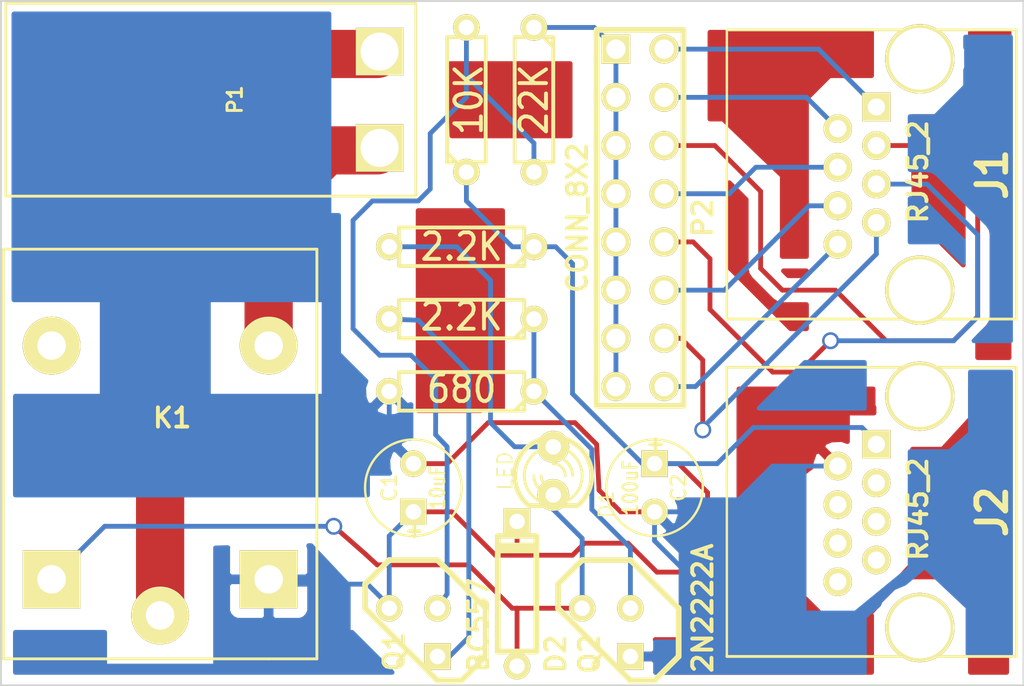
<source format=kicad_pcb>
(kicad_pcb (version 3) (host pcbnew "(22-Jun-2014 BZR 4027)-stable")

  (general
    (links 38)
    (no_connects 0)
    (area 16.332999 16.205999 70.281001 52.374001)
    (thickness 1.6)
    (drawings 7)
    (tracks 158)
    (zones 0)
    (modules 16)
    (nets 19)
  )

  (page A4 portrait)
  (title_block 
    (title Actuator)
    (rev 0)
  )

  (layers
    (15 F.Cu signal)
    (0 B.Cu signal)
    (16 B.Adhes user)
    (17 F.Adhes user)
    (18 B.Paste user hide)
    (19 F.Paste user)
    (20 B.SilkS user)
    (21 F.SilkS user)
    (22 B.Mask user)
    (23 F.Mask user)
    (24 Dwgs.User user)
    (25 Cmts.User user)
    (26 Eco1.User user)
    (27 Eco2.User user)
    (28 Edge.Cuts user)
  )

  (setup
    (last_trace_width 0.254)
    (user_trace_width 2.54)
    (trace_clearance 0.254)
    (zone_clearance 0.508)
    (zone_45_only no)
    (trace_min 0.254)
    (segment_width 0.2)
    (edge_width 0.1)
    (via_size 0.889)
    (via_drill 0.635)
    (via_min_size 0.889)
    (via_min_drill 0.508)
    (uvia_size 0.508)
    (uvia_drill 0.127)
    (uvias_allowed no)
    (uvia_min_size 0.508)
    (uvia_min_drill 0.127)
    (pcb_text_width 0.3)
    (pcb_text_size 1.5 1.5)
    (mod_edge_width 0.15)
    (mod_text_size 1 1)
    (mod_text_width 0.15)
    (pad_size 2.5 2.5)
    (pad_drill 2)
    (pad_to_mask_clearance 0)
    (aux_axis_origin 0 0)
    (visible_elements 7FFFFFFF)
    (pcbplotparams
      (layerselection 284196865)
      (usegerberextensions true)
      (excludeedgelayer false)
      (linewidth 0.150000)
      (plotframeref false)
      (viasonmask false)
      (mode 1)
      (useauxorigin true)
      (hpglpennumber 1)
      (hpglpenspeed 20)
      (hpglpendiameter 15)
      (hpglpenoverlay 2)
      (psnegative false)
      (psa4output false)
      (plotreference true)
      (plotvalue true)
      (plotothertext false)
      (plotinvisibletext false)
      (padsonsilk false)
      (subtractmaskfromsilk false)
      (outputformat 1)
      (mirror false)
      (drillshape 0)
      (scaleselection 1)
      (outputdirectory /home/pi/Desktop/IOBoardV0/Gerber/Actuator_Relay/))
  )

  (net 0 "")
  (net 1 GND)
  (net 2 N-000001)
  (net 3 N-0000014)
  (net 4 N-0000015)
  (net 5 N-0000016)
  (net 6 N-0000017)
  (net 7 N-0000018)
  (net 8 N-0000019)
  (net 9 N-000002)
  (net 10 N-0000020)
  (net 11 N-0000021)
  (net 12 N-0000022)
  (net 13 N-0000025)
  (net 14 N-000003)
  (net 15 N-000004)
  (net 16 N-000005)
  (net 17 N-000006)
  (net 18 VCC)

  (net_class Default "This is the default net class."
    (clearance 0.254)
    (trace_width 0.254)
    (via_dia 0.889)
    (via_drill 0.635)
    (uvia_dia 0.508)
    (uvia_drill 0.127)
    (add_net "")
    (add_net GND)
    (add_net N-000001)
    (add_net N-0000014)
    (add_net N-0000015)
    (add_net N-0000016)
    (add_net N-0000017)
    (add_net N-0000018)
    (add_net N-0000019)
    (add_net N-000002)
    (add_net N-0000020)
    (add_net N-0000021)
    (add_net N-0000022)
    (add_net N-0000025)
    (add_net N-000003)
    (add_net N-000004)
    (add_net N-000005)
    (add_net N-000006)
    (add_net VCC)
  )

  (module RJ45_8_io0 (layer F.Cu) (tedit 5E9D6976) (tstamp 5E9D8FCC)
    (at 64.77 25.4 90)
    (tags RJ45_8_io0)
    (path /5E9D81A5)
    (fp_text reference J1 (at 0 3.81 90) (layer F.SilkS)
      (effects (font (size 1.524 1.524) (thickness 0.3048)))
    )
    (fp_text value RJ45_2 (at 0.14224 -0.1016 90) (layer F.SilkS)
      (effects (font (size 1.00076 1.00076) (thickness 0.2032)))
    )
    (fp_line (start 7.62 -10.16) (end 7.62 5.08) (layer F.SilkS) (width 0.15))
    (fp_line (start -7.62 5.08) (end 7.62 5.08) (layer F.SilkS) (width 0.15))
    (fp_line (start -7.62 -10.16) (end -7.62 5.08) (layer F.SilkS) (width 0.15))
    (fp_line (start 7.62 -10.16) (end -7.62 -10.16) (layer F.SilkS) (width 0.127))
    (pad Hole thru_hole circle (at 6.096 0 90) (size 3.64998 3.64998) (drill 3.2512)
      (layers *.Cu *.Mask F.SilkS)
    )
    (pad Hole thru_hole circle (at -6.096 0 90) (size 3.64998 3.64998) (drill 3.2512)
      (layers *.Cu *.Mask F.SilkS)
    )
    (pad 1 thru_hole rect (at 3.556 -2.286 270) (size 1.50114 1.50114) (drill 0.89916)
      (layers *.Cu *.Mask F.SilkS)
      (net 11 N-0000021)
    )
    (pad 2 thru_hole circle (at 2.413 -4.318 270) (size 1.50114 1.50114) (drill 0.89916)
      (layers *.Cu *.Mask F.SilkS)
      (net 10 N-0000020)
    )
    (pad 3 thru_hole circle (at 1.524 -2.286 270) (size 1.50114 1.50114) (drill 0.89916)
      (layers *.Cu *.Mask F.SilkS)
      (net 8 N-0000019)
    )
    (pad 4 thru_hole circle (at 0.381 -4.318 270) (size 1.50114 1.50114) (drill 0.89916)
      (layers *.Cu *.Mask F.SilkS)
      (net 7 N-0000018)
    )
    (pad 5 thru_hole circle (at -0.508 -2.286 270) (size 1.50114 1.50114) (drill 0.89916)
      (layers *.Cu *.Mask F.SilkS)
      (net 6 N-0000017)
    )
    (pad 6 thru_hole circle (at -1.651 -4.318 270) (size 1.50114 1.50114) (drill 0.89916)
      (layers *.Cu *.Mask F.SilkS)
      (net 5 N-0000016)
    )
    (pad 7 thru_hole circle (at -2.54 -2.286 270) (size 1.50114 1.50114) (drill 0.89916)
      (layers *.Cu *.Mask F.SilkS)
      (net 4 N-0000015)
    )
    (pad 8 thru_hole circle (at -3.683 -4.318 270) (size 1.50114 1.50114) (drill 0.89916)
      (layers *.Cu *.Mask F.SilkS)
      (net 3 N-0000014)
    )
    (model connectors/RJ45_8.wrl
      (at (xyz 0 0 0))
      (scale (xyz 0.4 0.4 0.4))
      (rotate (xyz 0 0 0))
    )
  )

  (module TO92 (layer F.Cu) (tedit 5EF83B06) (tstamp 5E9D8DE0)
    (at 48.26 49.53 270)
    (descr "Transistor TO92 brochage type BC237")
    (tags "TR TO92")
    (path /5E9D83F9)
    (fp_text reference Q2 (at 1.143 0.889 270) (layer F.SilkS)
      (effects (font (size 1.016 1.016) (thickness 0.2032)))
    )
    (fp_text value 2N2222A (at -1.27 -5.08 270) (layer F.SilkS)
      (effects (font (size 1.016 1.016) (thickness 0.2032)))
    )
    (fp_line (start -1.27 2.54) (end 2.54 -1.27) (layer F.SilkS) (width 0.3048))
    (fp_line (start 2.54 -1.27) (end 2.54 -2.54) (layer F.SilkS) (width 0.3048))
    (fp_line (start 2.54 -2.54) (end 1.27 -3.81) (layer F.SilkS) (width 0.3048))
    (fp_line (start 1.27 -3.81) (end -1.27 -3.81) (layer F.SilkS) (width 0.3048))
    (fp_line (start -1.27 -3.81) (end -3.81 -1.27) (layer F.SilkS) (width 0.3048))
    (fp_line (start -3.81 -1.27) (end -3.81 1.27) (layer F.SilkS) (width 0.3048))
    (fp_line (start -3.81 1.27) (end -2.54 2.54) (layer F.SilkS) (width 0.3048))
    (fp_line (start -2.54 2.54) (end -1.27 2.54) (layer F.SilkS) (width 0.3048))
    (pad 1 thru_hole rect (at 1.27 -1.27 270) (size 1.397 1.397) (drill 0.8128)
      (layers *.Cu *.Mask F.SilkS)
      (net 1 GND)
    )
    (pad 2 thru_hole circle (at -1.27 -1.27 270) (size 1.397 1.397) (drill 0.8128)
      (layers *.Cu *.Mask F.SilkS)
      (net 14 N-000003)
    )
    (pad 3 thru_hole circle (at -1.27 1.27 270) (size 1.397 1.397) (drill 0.8128)
      (layers *.Cu *.Mask F.SilkS)
      (net 12 N-0000022)
    )
    (model discret/to98.wrl
      (at (xyz 0 0 0))
      (scale (xyz 1 1 1))
      (rotate (xyz 0 0 0))
    )
  )

  (module TO92 (layer F.Cu) (tedit 5EF83B1E) (tstamp 5E9D8DEF)
    (at 38.1 49.53 270)
    (descr "Transistor TO92 brochage type BC237")
    (tags "TR TO92")
    (path /5E9D8408)
    (fp_text reference Q1 (at 1.016 1.016 270) (layer F.SilkS)
      (effects (font (size 1.016 1.016) (thickness 0.2032)))
    )
    (fp_text value BC557 (at -0.381 -3.429 270) (layer F.SilkS)
      (effects (font (size 1.016 1.016) (thickness 0.2032)))
    )
    (fp_line (start -1.27 2.54) (end 2.54 -1.27) (layer F.SilkS) (width 0.3048))
    (fp_line (start 2.54 -1.27) (end 2.54 -2.54) (layer F.SilkS) (width 0.3048))
    (fp_line (start 2.54 -2.54) (end 1.27 -3.81) (layer F.SilkS) (width 0.3048))
    (fp_line (start 1.27 -3.81) (end -1.27 -3.81) (layer F.SilkS) (width 0.3048))
    (fp_line (start -1.27 -3.81) (end -3.81 -1.27) (layer F.SilkS) (width 0.3048))
    (fp_line (start -3.81 -1.27) (end -3.81 1.27) (layer F.SilkS) (width 0.3048))
    (fp_line (start -3.81 1.27) (end -2.54 2.54) (layer F.SilkS) (width 0.3048))
    (fp_line (start -2.54 2.54) (end -1.27 2.54) (layer F.SilkS) (width 0.3048))
    (pad 1 thru_hole rect (at 1.27 -1.27 270) (size 1.397 1.397) (drill 0.8128)
      (layers *.Cu *.Mask F.SilkS)
      (net 2 N-000001)
    )
    (pad 2 thru_hole circle (at -1.27 -1.27 270) (size 1.397 1.397) (drill 0.8128)
      (layers *.Cu *.Mask F.SilkS)
      (net 9 N-000002)
    )
    (pad 3 thru_hole circle (at -1.27 1.27 270) (size 1.397 1.397) (drill 0.8128)
      (layers *.Cu *.Mask F.SilkS)
      (net 18 VCC)
    )
    (model discret/to98.wrl
      (at (xyz 0 0 0))
      (scale (xyz 1 1 1))
      (rotate (xyz 0 0 0))
    )
  )

  (module R3 (layer F.Cu) (tedit 4E4C0E65) (tstamp 5E9D8EB6)
    (at 40.64 36.83 180)
    (descr "Resitance 3 pas")
    (tags R)
    (path /5E9D867B)
    (autoplace_cost180 10)
    (fp_text reference R3 (at 0 0.127 180) (layer F.SilkS) hide
      (effects (font (size 1.397 1.27) (thickness 0.2032)))
    )
    (fp_text value 680 (at 0 0.127 180) (layer F.SilkS)
      (effects (font (size 1.397 1.27) (thickness 0.2032)))
    )
    (fp_line (start -3.81 0) (end -3.302 0) (layer F.SilkS) (width 0.2032))
    (fp_line (start 3.81 0) (end 3.302 0) (layer F.SilkS) (width 0.2032))
    (fp_line (start 3.302 0) (end 3.302 -1.016) (layer F.SilkS) (width 0.2032))
    (fp_line (start 3.302 -1.016) (end -3.302 -1.016) (layer F.SilkS) (width 0.2032))
    (fp_line (start -3.302 -1.016) (end -3.302 1.016) (layer F.SilkS) (width 0.2032))
    (fp_line (start -3.302 1.016) (end 3.302 1.016) (layer F.SilkS) (width 0.2032))
    (fp_line (start 3.302 1.016) (end 3.302 0) (layer F.SilkS) (width 0.2032))
    (fp_line (start -3.302 -0.508) (end -2.794 -1.016) (layer F.SilkS) (width 0.2032))
    (pad 1 thru_hole circle (at -3.81 0 180) (size 1.397 1.397) (drill 0.8128)
      (layers *.Cu *.Mask F.SilkS)
      (net 14 N-000003)
    )
    (pad 2 thru_hole circle (at 3.81 0 180) (size 1.397 1.397) (drill 0.8128)
      (layers *.Cu *.Mask F.SilkS)
      (net 1 GND)
    )
    (model discret/resistor.wrl
      (at (xyz 0 0 0))
      (scale (xyz 0.3 0.3 0.3))
      (rotate (xyz 0 0 0))
    )
  )

  (module R3 (layer F.Cu) (tedit 4E4C0E65) (tstamp 5E9D8EC4)
    (at 40.64 33.02 180)
    (descr "Resitance 3 pas")
    (tags R)
    (path /5E9D868A)
    (autoplace_cost180 10)
    (fp_text reference R4 (at 0 0.127 180) (layer F.SilkS) hide
      (effects (font (size 1.397 1.27) (thickness 0.2032)))
    )
    (fp_text value 2.2K (at 0 0.127 180) (layer F.SilkS)
      (effects (font (size 1.397 1.27) (thickness 0.2032)))
    )
    (fp_line (start -3.81 0) (end -3.302 0) (layer F.SilkS) (width 0.2032))
    (fp_line (start 3.81 0) (end 3.302 0) (layer F.SilkS) (width 0.2032))
    (fp_line (start 3.302 0) (end 3.302 -1.016) (layer F.SilkS) (width 0.2032))
    (fp_line (start 3.302 -1.016) (end -3.302 -1.016) (layer F.SilkS) (width 0.2032))
    (fp_line (start -3.302 -1.016) (end -3.302 1.016) (layer F.SilkS) (width 0.2032))
    (fp_line (start -3.302 1.016) (end 3.302 1.016) (layer F.SilkS) (width 0.2032))
    (fp_line (start 3.302 1.016) (end 3.302 0) (layer F.SilkS) (width 0.2032))
    (fp_line (start -3.302 -0.508) (end -2.794 -1.016) (layer F.SilkS) (width 0.2032))
    (pad 1 thru_hole circle (at -3.81 0 180) (size 1.397 1.397) (drill 0.8128)
      (layers *.Cu *.Mask F.SilkS)
      (net 14 N-000003)
    )
    (pad 2 thru_hole circle (at 3.81 0 180) (size 1.397 1.397) (drill 0.8128)
      (layers *.Cu *.Mask F.SilkS)
      (net 2 N-000001)
    )
    (model discret/resistor.wrl
      (at (xyz 0 0 0))
      (scale (xyz 0.3 0.3 0.3))
      (rotate (xyz 0 0 0))
    )
  )

  (module R3 (layer F.Cu) (tedit 4E4C0E65) (tstamp 5E9D8ED2)
    (at 40.894 21.463 90)
    (descr "Resitance 3 pas")
    (tags R)
    (path /5E9D8699)
    (autoplace_cost180 10)
    (fp_text reference R1 (at 0 0.127 90) (layer F.SilkS) hide
      (effects (font (size 1.397 1.27) (thickness 0.2032)))
    )
    (fp_text value 10K (at 0 0.127 90) (layer F.SilkS)
      (effects (font (size 1.397 1.27) (thickness 0.2032)))
    )
    (fp_line (start -3.81 0) (end -3.302 0) (layer F.SilkS) (width 0.2032))
    (fp_line (start 3.81 0) (end 3.302 0) (layer F.SilkS) (width 0.2032))
    (fp_line (start 3.302 0) (end 3.302 -1.016) (layer F.SilkS) (width 0.2032))
    (fp_line (start 3.302 -1.016) (end -3.302 -1.016) (layer F.SilkS) (width 0.2032))
    (fp_line (start -3.302 -1.016) (end -3.302 1.016) (layer F.SilkS) (width 0.2032))
    (fp_line (start -3.302 1.016) (end 3.302 1.016) (layer F.SilkS) (width 0.2032))
    (fp_line (start 3.302 1.016) (end 3.302 0) (layer F.SilkS) (width 0.2032))
    (fp_line (start -3.302 -0.508) (end -2.794 -1.016) (layer F.SilkS) (width 0.2032))
    (pad 1 thru_hole circle (at -3.81 0 90) (size 1.397 1.397) (drill 0.8128)
      (layers *.Cu *.Mask F.SilkS)
      (net 18 VCC)
    )
    (pad 2 thru_hole circle (at 3.81 0 90) (size 1.397 1.397) (drill 0.8128)
      (layers *.Cu *.Mask F.SilkS)
      (net 9 N-000002)
    )
    (model discret/resistor.wrl
      (at (xyz 0 0 0))
      (scale (xyz 0.3 0.3 0.3))
      (rotate (xyz 0 0 0))
    )
  )

  (module R3 (layer F.Cu) (tedit 5E9D9092) (tstamp 5E9D8EE0)
    (at 44.45 21.463 270)
    (descr "Resitance 3 pas")
    (tags R)
    (path /5E9D86BC)
    (autoplace_cost180 10)
    (fp_text reference R2 (at 0 0.127 270) (layer F.SilkS) hide
      (effects (font (size 1.397 1.27) (thickness 0.2032)))
    )
    (fp_text value 22K (at 0 0 270) (layer F.SilkS)
      (effects (font (size 1.397 1.27) (thickness 0.2032)))
    )
    (fp_line (start -3.81 0) (end -3.302 0) (layer F.SilkS) (width 0.2032))
    (fp_line (start 3.81 0) (end 3.302 0) (layer F.SilkS) (width 0.2032))
    (fp_line (start 3.302 0) (end 3.302 -1.016) (layer F.SilkS) (width 0.2032))
    (fp_line (start 3.302 -1.016) (end -3.302 -1.016) (layer F.SilkS) (width 0.2032))
    (fp_line (start -3.302 -1.016) (end -3.302 1.016) (layer F.SilkS) (width 0.2032))
    (fp_line (start -3.302 1.016) (end 3.302 1.016) (layer F.SilkS) (width 0.2032))
    (fp_line (start 3.302 1.016) (end 3.302 0) (layer F.SilkS) (width 0.2032))
    (fp_line (start -3.302 -0.508) (end -2.794 -1.016) (layer F.SilkS) (width 0.2032))
    (pad 1 thru_hole circle (at -3.81 0 270) (size 1.397 1.397) (drill 0.8128)
      (layers *.Cu *.Mask F.SilkS)
      (net 13 N-0000025)
    )
    (pad 2 thru_hole circle (at 3.81 0 270) (size 1.397 1.397) (drill 0.8128)
      (layers *.Cu *.Mask F.SilkS)
      (net 9 N-000002)
    )
    (model discret/resistor.wrl
      (at (xyz 0 0 0))
      (scale (xyz 0.3 0.3 0.3))
      (rotate (xyz 0 0 0))
    )
  )

  (module R3 (layer F.Cu) (tedit 5E9D92DC) (tstamp 5E9D8EEE)
    (at 40.64 29.21 180)
    (descr "Resitance 3 pas")
    (tags R)
    (path /5E9D8947)
    (autoplace_cost180 10)
    (fp_text reference R5 (at 0 0.127 180) (layer F.SilkS) hide
      (effects (font (size 1.397 1.27) (thickness 0.2032)))
    )
    (fp_text value 2.2K (at 0 0 180) (layer F.SilkS)
      (effects (font (size 1.397 1.27) (thickness 0.2032)))
    )
    (fp_line (start -3.81 0) (end -3.302 0) (layer F.SilkS) (width 0.2032))
    (fp_line (start 3.81 0) (end 3.302 0) (layer F.SilkS) (width 0.2032))
    (fp_line (start 3.302 0) (end 3.302 -1.016) (layer F.SilkS) (width 0.2032))
    (fp_line (start 3.302 -1.016) (end -3.302 -1.016) (layer F.SilkS) (width 0.2032))
    (fp_line (start -3.302 -1.016) (end -3.302 1.016) (layer F.SilkS) (width 0.2032))
    (fp_line (start -3.302 1.016) (end 3.302 1.016) (layer F.SilkS) (width 0.2032))
    (fp_line (start 3.302 1.016) (end 3.302 0) (layer F.SilkS) (width 0.2032))
    (fp_line (start -3.302 -0.508) (end -2.794 -1.016) (layer F.SilkS) (width 0.2032))
    (pad 1 thru_hole circle (at -3.81 0 180) (size 1.397 1.397) (drill 0.8128)
      (layers *.Cu *.Mask F.SilkS)
      (net 18 VCC)
    )
    (pad 2 thru_hole circle (at 3.81 0 180) (size 1.397 1.397) (drill 0.8128)
      (layers *.Cu *.Mask F.SilkS)
      (net 15 N-000004)
    )
    (model discret/resistor.wrl
      (at (xyz 0 0 0))
      (scale (xyz 0.3 0.3 0.3))
      (rotate (xyz 0 0 0))
    )
  )

  (module pin_array_8x2 (layer F.Cu) (tedit 3FB38B89) (tstamp 5E9D8F06)
    (at 50.038 27.686 270)
    (descr "Double rangee de contacts 2 x 8 pins")
    (tags CONN)
    (path /5E9D8291)
    (fp_text reference P2 (at 0 -3.302 270) (layer F.SilkS)
      (effects (font (size 1.016 1.016) (thickness 0.2032)))
    )
    (fp_text value CONN_8X2 (at 0 3.302 270) (layer F.SilkS)
      (effects (font (size 1.016 1.016) (thickness 0.2032)))
    )
    (fp_line (start -9.906 2.286) (end -9.906 -2.286) (layer F.SilkS) (width 0.3048))
    (fp_line (start -9.906 -2.286) (end 9.906 -2.286) (layer F.SilkS) (width 0.3048))
    (fp_line (start 9.906 -2.286) (end 9.906 2.286) (layer F.SilkS) (width 0.3048))
    (fp_line (start 9.906 2.286) (end -9.906 2.286) (layer F.SilkS) (width 0.3048))
    (pad 1 thru_hole rect (at -8.89 1.27 270) (size 1.524 1.524) (drill 1.016)
      (layers *.Cu *.Mask F.SilkS)
      (net 13 N-0000025)
    )
    (pad 2 thru_hole circle (at -8.89 -1.27 270) (size 1.524 1.524) (drill 1.016)
      (layers *.Cu *.Mask F.SilkS)
      (net 11 N-0000021)
    )
    (pad 3 thru_hole circle (at -6.35 1.27 270) (size 1.524 1.524) (drill 1.016)
      (layers *.Cu *.Mask F.SilkS)
      (net 13 N-0000025)
    )
    (pad 4 thru_hole circle (at -6.35 -1.27 270) (size 1.524 1.524) (drill 1.016)
      (layers *.Cu *.Mask F.SilkS)
      (net 10 N-0000020)
    )
    (pad 5 thru_hole circle (at -3.81 1.27 270) (size 1.524 1.524) (drill 1.016)
      (layers *.Cu *.Mask F.SilkS)
      (net 13 N-0000025)
    )
    (pad 6 thru_hole circle (at -3.81 -1.27 270) (size 1.524 1.524) (drill 1.016)
      (layers *.Cu *.Mask F.SilkS)
      (net 8 N-0000019)
    )
    (pad 7 thru_hole circle (at -1.27 1.27 270) (size 1.524 1.524) (drill 1.016)
      (layers *.Cu *.Mask F.SilkS)
      (net 13 N-0000025)
    )
    (pad 8 thru_hole circle (at -1.27 -1.27 270) (size 1.524 1.524) (drill 1.016)
      (layers *.Cu *.Mask F.SilkS)
      (net 7 N-0000018)
    )
    (pad 9 thru_hole circle (at 1.27 1.27 270) (size 1.524 1.524) (drill 1.016)
      (layers *.Cu *.Mask F.SilkS)
      (net 13 N-0000025)
    )
    (pad 10 thru_hole circle (at 1.27 -1.27 270) (size 1.524 1.524) (drill 1.016)
      (layers *.Cu *.Mask F.SilkS)
      (net 6 N-0000017)
    )
    (pad 11 thru_hole circle (at 3.81 1.27 270) (size 1.524 1.524) (drill 1.016)
      (layers *.Cu *.Mask F.SilkS)
      (net 13 N-0000025)
    )
    (pad 12 thru_hole circle (at 3.81 -1.27 270) (size 1.524 1.524) (drill 1.016)
      (layers *.Cu *.Mask F.SilkS)
      (net 5 N-0000016)
    )
    (pad 13 thru_hole circle (at 6.35 1.27 270) (size 1.524 1.524) (drill 1.016)
      (layers *.Cu *.Mask F.SilkS)
      (net 13 N-0000025)
    )
    (pad 14 thru_hole circle (at 6.35 -1.27 270) (size 1.524 1.524) (drill 1.016)
      (layers *.Cu *.Mask F.SilkS)
      (net 4 N-0000015)
    )
    (pad 15 thru_hole circle (at 8.89 1.27 270) (size 1.524 1.524) (drill 1.016)
      (layers *.Cu *.Mask F.SilkS)
      (net 13 N-0000025)
    )
    (pad 16 thru_hole circle (at 8.89 -1.27 270) (size 1.524 1.524) (drill 1.016)
      (layers *.Cu *.Mask F.SilkS)
      (net 3 N-0000014)
    )
    (model pin_array/pins_array_8x2.wrl
      (at (xyz 0 0 0))
      (scale (xyz 1 1 1))
      (rotate (xyz 0 0 0))
    )
  )

  (module LED-3MM (layer F.Cu) (tedit 50ADE848) (tstamp 5EF8372E)
    (at 45.466 41.021 270)
    (descr "LED 3mm - Lead pitch 100mil (2,54mm)")
    (tags "LED led 3mm 3MM 100mil 2,54mm")
    (path /5E9D8956)
    (fp_text reference D1 (at 1.778 -2.794 270) (layer F.SilkS)
      (effects (font (size 0.762 0.762) (thickness 0.0889)))
    )
    (fp_text value LED (at 0 2.54 270) (layer F.SilkS)
      (effects (font (size 0.762 0.762) (thickness 0.0889)))
    )
    (fp_line (start 1.8288 1.27) (end 1.8288 -1.27) (layer F.SilkS) (width 0.254))
    (fp_arc (start 0.254 0) (end -1.27 0) (angle 39.8) (layer F.SilkS) (width 0.1524))
    (fp_arc (start 0.254 0) (end -0.88392 1.01092) (angle 41.6) (layer F.SilkS) (width 0.1524))
    (fp_arc (start 0.254 0) (end 1.4097 -0.9906) (angle 40.6) (layer F.SilkS) (width 0.1524))
    (fp_arc (start 0.254 0) (end 1.778 0) (angle 39.8) (layer F.SilkS) (width 0.1524))
    (fp_arc (start 0.254 0) (end 0.254 -1.524) (angle 54.4) (layer F.SilkS) (width 0.1524))
    (fp_arc (start 0.254 0) (end -0.9652 -0.9144) (angle 53.1) (layer F.SilkS) (width 0.1524))
    (fp_arc (start 0.254 0) (end 1.45542 0.93472) (angle 52.1) (layer F.SilkS) (width 0.1524))
    (fp_arc (start 0.254 0) (end 0.254 1.524) (angle 52.1) (layer F.SilkS) (width 0.1524))
    (fp_arc (start 0.254 0) (end -0.381 0) (angle 90) (layer F.SilkS) (width 0.1524))
    (fp_arc (start 0.254 0) (end -0.762 0) (angle 90) (layer F.SilkS) (width 0.1524))
    (fp_arc (start 0.254 0) (end 0.889 0) (angle 90) (layer F.SilkS) (width 0.1524))
    (fp_arc (start 0.254 0) (end 1.27 0) (angle 90) (layer F.SilkS) (width 0.1524))
    (fp_arc (start 0.254 0) (end 0.254 -2.032) (angle 50.1) (layer F.SilkS) (width 0.254))
    (fp_arc (start 0.254 0) (end -1.5367 -0.95504) (angle 61.9) (layer F.SilkS) (width 0.254))
    (fp_arc (start 0.254 0) (end 1.8034 1.31064) (angle 49.7) (layer F.SilkS) (width 0.254))
    (fp_arc (start 0.254 0) (end 0.254 2.032) (angle 60.2) (layer F.SilkS) (width 0.254))
    (fp_arc (start 0.254 0) (end -1.778 0) (angle 28.3) (layer F.SilkS) (width 0.254))
    (fp_arc (start 0.254 0) (end -1.47574 1.06426) (angle 31.6) (layer F.SilkS) (width 0.254))
    (pad 1 thru_hole circle (at -1.27 0 270) (size 1.6764 1.6764) (drill 0.8128)
      (layers *.Cu *.Mask F.SilkS)
      (net 15 N-000004)
    )
    (pad 2 thru_hole circle (at 1.27 0 270) (size 1.6764 1.6764) (drill 0.8128)
      (layers *.Cu *.Mask F.SilkS)
      (net 12 N-0000022)
    )
    (model discret/leds/led3_vertical_verde.wrl
      (at (xyz 0 0 0))
      (scale (xyz 1 1 1))
      (rotate (xyz 0 0 0))
    )
  )

  (module C1V5 (layer F.Cu) (tedit 3E070CF4) (tstamp 5E9D8F27)
    (at 38.1 41.91 90)
    (descr "Condensateur e = 1 pas")
    (tags C)
    (path /5E9D8653)
    (fp_text reference C1 (at 0 -1.26746 90) (layer F.SilkS)
      (effects (font (size 0.762 0.762) (thickness 0.127)))
    )
    (fp_text value 10uF (at 0 1.27 90) (layer F.SilkS)
      (effects (font (size 0.762 0.635) (thickness 0.127)))
    )
    (fp_text user + (at -2.286 0 90) (layer F.SilkS)
      (effects (font (size 0.762 0.762) (thickness 0.2032)))
    )
    (fp_circle (center 0 0) (end 0.127 -2.54) (layer F.SilkS) (width 0.127))
    (pad 1 thru_hole rect (at -1.27 0 90) (size 1.397 1.397) (drill 0.8128)
      (layers *.Cu *.Mask F.SilkS)
      (net 18 VCC)
    )
    (pad 2 thru_hole circle (at 1.27 0 90) (size 1.397 1.397) (drill 0.8128)
      (layers *.Cu *.Mask F.SilkS)
      (net 1 GND)
    )
    (model discret/c_vert_c1v5.wrl
      (at (xyz 0 0 0))
      (scale (xyz 1 1 1))
      (rotate (xyz 0 0 0))
    )
  )

  (module C1V5 (layer F.Cu) (tedit 3E070CF4) (tstamp 5E9D8F2F)
    (at 50.8 41.91 270)
    (descr "Condensateur e = 1 pas")
    (tags C)
    (path /5E9D8662)
    (fp_text reference C2 (at 0 -1.26746 270) (layer F.SilkS)
      (effects (font (size 0.762 0.762) (thickness 0.127)))
    )
    (fp_text value 100uF (at 0 1.27 270) (layer F.SilkS)
      (effects (font (size 0.762 0.635) (thickness 0.127)))
    )
    (fp_text user + (at -2.286 0 270) (layer F.SilkS)
      (effects (font (size 0.762 0.762) (thickness 0.2032)))
    )
    (fp_circle (center 0 0) (end 0.127 -2.54) (layer F.SilkS) (width 0.127))
    (pad 1 thru_hole rect (at -1.27 0 270) (size 1.397 1.397) (drill 0.8128)
      (layers *.Cu *.Mask F.SilkS)
      (net 18 VCC)
    )
    (pad 2 thru_hole circle (at 1.27 0 270) (size 1.397 1.397) (drill 0.8128)
      (layers *.Cu *.Mask F.SilkS)
      (net 1 GND)
    )
    (model discret/c_vert_c1v5.wrl
      (at (xyz 0 0 0))
      (scale (xyz 1 1 1))
      (rotate (xyz 0 0 0))
    )
  )

  (module RJ45_8_io0 (layer F.Cu) (tedit 5E9D6976) (tstamp 5E9D8FDE)
    (at 64.77 43.18 90)
    (tags RJ45_8_io0)
    (path /5E9D81B6)
    (fp_text reference J2 (at 0 3.81 90) (layer F.SilkS)
      (effects (font (size 1.524 1.524) (thickness 0.3048)))
    )
    (fp_text value RJ45_2 (at 0.14224 -0.1016 90) (layer F.SilkS)
      (effects (font (size 1.00076 1.00076) (thickness 0.2032)))
    )
    (fp_line (start 7.62 -10.16) (end 7.62 5.08) (layer F.SilkS) (width 0.15))
    (fp_line (start -7.62 5.08) (end 7.62 5.08) (layer F.SilkS) (width 0.15))
    (fp_line (start -7.62 -10.16) (end -7.62 5.08) (layer F.SilkS) (width 0.15))
    (fp_line (start 7.62 -10.16) (end -7.62 -10.16) (layer F.SilkS) (width 0.127))
    (pad Hole thru_hole circle (at 6.096 0 90) (size 3.64998 3.64998) (drill 3.2512)
      (layers *.Cu *.Mask F.SilkS)
    )
    (pad Hole thru_hole circle (at -6.096 0 90) (size 3.64998 3.64998) (drill 3.2512)
      (layers *.Cu *.Mask F.SilkS)
    )
    (pad 1 thru_hole rect (at 3.556 -2.286 270) (size 1.50114 1.50114) (drill 0.89916)
      (layers *.Cu *.Mask F.SilkS)
      (net 18 VCC)
    )
    (pad 2 thru_hole circle (at 2.413 -4.318 270) (size 1.50114 1.50114) (drill 0.89916)
      (layers *.Cu *.Mask F.SilkS)
      (net 1 GND)
    )
    (pad 3 thru_hole circle (at 1.524 -2.286 270) (size 1.50114 1.50114) (drill 0.89916)
      (layers *.Cu *.Mask F.SilkS)
    )
    (pad 4 thru_hole circle (at 0.381 -4.318 270) (size 1.50114 1.50114) (drill 0.89916)
      (layers *.Cu *.Mask F.SilkS)
    )
    (pad 5 thru_hole circle (at -0.508 -2.286 270) (size 1.50114 1.50114) (drill 0.89916)
      (layers *.Cu *.Mask F.SilkS)
    )
    (pad 6 thru_hole circle (at -1.651 -4.318 270) (size 1.50114 1.50114) (drill 0.89916)
      (layers *.Cu *.Mask F.SilkS)
    )
    (pad 7 thru_hole circle (at -2.54 -2.286 270) (size 1.50114 1.50114) (drill 0.89916)
      (layers *.Cu *.Mask F.SilkS)
    )
    (pad 8 thru_hole circle (at -3.683 -4.318 270) (size 1.50114 1.50114) (drill 0.89916)
      (layers *.Cu *.Mask F.SilkS)
    )
    (model connectors/RJ45_8.wrl
      (at (xyz 0 0 0))
      (scale (xyz 0.4 0.4 0.4))
      (rotate (xyz 0 0 0))
    )
  )

  (module RELAY_J9906 (layer F.Cu) (tedit 5EEE29FD) (tstamp 5EEE31EB)
    (at 26.67 40.767)
    (descr "Siemens Relay J9906")
    (tags "RELAY J9906")
    (path /5E9D80ED)
    (fp_text reference K1 (at -1.27 -2.54) (layer F.SilkS)
      (effects (font (size 1.016 1.016) (thickness 0.2032)))
    )
    (fp_text value RELAY_J9906 (at -1.27 3.81) (layer F.SilkS) hide
      (effects (font (size 1.016 1.016) (thickness 0.2032)))
    )
    (fp_line (start 6.35 10.16) (end 3.81 10.16) (layer F.SilkS) (width 0.15))
    (fp_line (start 6.35 10.16) (end 6.35 -11.43) (layer F.SilkS) (width 0.15))
    (fp_line (start 6.35 -11.43) (end -10.16 -11.43) (layer F.SilkS) (width 0.15))
    (fp_line (start -10.16 -11.43) (end -10.16 10.16) (layer F.SilkS) (width 0.15))
    (fp_line (start -10.16 10.16) (end 3.81 10.16) (layer F.SilkS) (width 0.15))
    (pad 1 thru_hole circle (at -7.62 -6.35) (size 3.048 3.048) (drill 1.5)
      (layers *.Cu *.Mask F.SilkS)
    )
    (pad 2 thru_hole rect (at -7.62 5.969) (size 3.048 3.048) (drill 1.5)
      (layers *.Cu *.Mask F.SilkS)
      (net 12 N-0000022)
    )
    (pad 3 thru_hole circle (at -1.905 7.874) (size 3.048 3.048) (drill 1.5)
      (layers *.Cu *.Mask F.SilkS)
      (net 16 N-000005)
    )
    (pad 4 thru_hole rect (at 3.81 5.969) (size 3.048 3.048) (drill 1.5)
      (layers *.Cu *.Mask F.SilkS)
      (net 18 VCC)
    )
    (pad 5 thru_hole circle (at 3.81 -6.35) (size 3.048 3.048) (drill 1.5)
      (layers *.Cu *.Mask F.SilkS)
      (net 17 N-000006)
    )
  )

  (module KLEMENS_1 (layer F.Cu) (tedit 5EEE2A59) (tstamp 5EEE32FF)
    (at 33.147 21.463 270)
    (descr "Connecteurs 2 pins")
    (tags "CONN DEV")
    (path /5E9D8B3B)
    (fp_text reference P1 (at 0 4.445 270) (layer F.SilkS)
      (effects (font (size 0.762 0.762) (thickness 0.1524)))
    )
    (fp_text value KLEMENS_1 (at 0 1.27 270) (layer F.SilkS) hide
      (effects (font (size 0.762 0.762) (thickness 0.1524)))
    )
    (fp_line (start -5.08 -5.08) (end 5.08 -5.08) (layer F.SilkS) (width 0.15))
    (fp_line (start 5.08 -5.08) (end 5.08 16.51) (layer F.SilkS) (width 0.15))
    (fp_line (start 5.08 16.51) (end -5.08 16.51) (layer F.SilkS) (width 0.15))
    (fp_line (start -5.08 16.51) (end -5.08 -5.08) (layer F.SilkS) (width 0.15))
    (pad 1 thru_hole rect (at -2.54 -3.175 270) (size 2.5 2.5) (drill 2)
      (layers *.Cu *.Mask F.SilkS)
      (net 16 N-000005)
    )
    (pad 2 thru_hole rect (at 2.54 -3.175 270) (size 2.5 2.5) (drill 2)
      (layers *.Cu *.Mask F.SilkS)
      (net 17 N-000006)
    )
    (model pin_array/pins_array_2x1.wrl
      (at (xyz 0 0 0))
      (scale (xyz 1 1 1))
      (rotate (xyz 0 0 0))
    )
  )

  (module D3 (layer F.Cu) (tedit 5EF83B15) (tstamp 5EF8369C)
    (at 43.561 47.498 90)
    (descr "Diode 3 pas")
    (tags "DIODE DEV")
    (path /5EF8356A)
    (fp_text reference D2 (at -3.175 2.032 90) (layer F.SilkS)
      (effects (font (size 1.016 1.016) (thickness 0.2032)))
    )
    (fp_text value DIODE (at -0.381 0.127 90) (layer F.SilkS) hide
      (effects (font (size 1.016 1.016) (thickness 0.2032)))
    )
    (fp_line (start 3.81 0) (end 3.048 0) (layer F.SilkS) (width 0.3048))
    (fp_line (start 3.048 0) (end 3.048 -1.016) (layer F.SilkS) (width 0.3048))
    (fp_line (start 3.048 -1.016) (end -3.048 -1.016) (layer F.SilkS) (width 0.3048))
    (fp_line (start -3.048 -1.016) (end -3.048 0) (layer F.SilkS) (width 0.3048))
    (fp_line (start -3.048 0) (end -3.81 0) (layer F.SilkS) (width 0.3048))
    (fp_line (start -3.048 0) (end -3.048 1.016) (layer F.SilkS) (width 0.3048))
    (fp_line (start -3.048 1.016) (end 3.048 1.016) (layer F.SilkS) (width 0.3048))
    (fp_line (start 3.048 1.016) (end 3.048 0) (layer F.SilkS) (width 0.3048))
    (fp_line (start 2.54 -1.016) (end 2.54 1.016) (layer F.SilkS) (width 0.3048))
    (fp_line (start 2.286 1.016) (end 2.286 -1.016) (layer F.SilkS) (width 0.3048))
    (pad 2 thru_hole rect (at 3.81 0 90) (size 1.397 1.397) (drill 0.8128)
      (layers *.Cu *.Mask F.SilkS)
      (net 18 VCC)
    )
    (pad 1 thru_hole circle (at -3.81 0 90) (size 1.397 1.397) (drill 0.8128)
      (layers *.Cu *.Mask F.SilkS)
      (net 12 N-0000022)
    )
    (model discret/diode.wrl
      (at (xyz 0 0 0))
      (scale (xyz 0.3 0.3 0.3))
      (rotate (xyz 0 0 0))
    )
  )

  (gr_line (start 16.383 16.256) (end 16.383 16.383) (angle 90) (layer Edge.Cuts) (width 0.1))
  (gr_line (start 70.231 16.256) (end 70.231 16.383) (angle 90) (layer Edge.Cuts) (width 0.1))
  (gr_line (start 16.383 16.256) (end 70.231 16.256) (angle 90) (layer Edge.Cuts) (width 0.1))
  (gr_line (start 16.383 16.51) (end 16.383 16.383) (angle 90) (layer Edge.Cuts) (width 0.1))
  (gr_line (start 16.383 52.324) (end 16.383 16.51) (angle 90) (layer Edge.Cuts) (width 0.1))
  (gr_line (start 70.231 52.324) (end 16.383 52.324) (angle 90) (layer Edge.Cuts) (width 0.1))
  (gr_line (start 70.231 16.383) (end 70.231 52.324) (angle 90) (layer Edge.Cuts) (width 0.1))

  (segment (start 38.1 40.64) (end 39.878 40.64) (width 0.254) (layer F.Cu) (net 1))
  (segment (start 49.022 43.18) (end 50.8 43.18) (width 0.254) (layer F.Cu) (net 1) (tstamp 5E9DF0D3))
  (segment (start 47.879 42.037) (end 49.022 43.18) (width 0.254) (layer F.Cu) (net 1) (tstamp 5E9DF0D2))
  (segment (start 47.752 39.624) (end 47.879 42.037) (width 0.254) (layer F.Cu) (net 1) (tstamp 5E9DF0CF))
  (segment (start 46.609 38.481) (end 47.752 39.624) (width 0.254) (layer F.Cu) (net 1) (tstamp 5E9DF0C7))
  (segment (start 42.037 38.481) (end 46.609 38.481) (width 0.254) (layer F.Cu) (net 1) (tstamp 5E9DF0C5))
  (segment (start 39.878 40.64) (end 42.037 38.481) (width 0.254) (layer F.Cu) (net 1) (tstamp 5E9DF0C1))
  (segment (start 36.83 36.83) (end 36.83 39.37) (width 0.254) (layer B.Cu) (net 1))
  (segment (start 36.83 39.37) (end 38.1 40.64) (width 0.254) (layer B.Cu) (net 1) (tstamp 5E9DEBE7))
  (segment (start 50.8 43.18) (end 50.8 44.704) (width 0.254) (layer B.Cu) (net 1))
  (segment (start 50.8 44.704) (end 53.213 47.117) (width 0.254) (layer B.Cu) (net 1) (tstamp 5E9DEBA8))
  (segment (start 53.213 47.117) (end 53.213 49.022) (width 0.254) (layer B.Cu) (net 1) (tstamp 5E9DEBB0))
  (segment (start 53.213 49.022) (end 51.435 50.8) (width 0.254) (layer B.Cu) (net 1) (tstamp 5E9DEBB4))
  (segment (start 51.435 50.8) (end 49.53 50.8) (width 0.254) (layer B.Cu) (net 1) (tstamp 5E9DEBB7))
  (segment (start 60.452 40.767) (end 57.023 40.767) (width 0.254) (layer B.Cu) (net 1))
  (segment (start 57.023 40.767) (end 54.61 43.18) (width 0.254) (layer B.Cu) (net 1) (tstamp 5E9DEB92))
  (segment (start 54.61 43.18) (end 50.8 43.18) (width 0.254) (layer B.Cu) (net 1) (tstamp 5E9DEB9B))
  (segment (start 36.83 33.02) (end 38.356639 33.081651) (width 0.254) (layer B.Cu) (net 2))
  (segment (start 41.021 49.784) (end 41.021 49.53) (width 0.254) (layer B.Cu) (net 2) (tstamp 5E9DEC59))
  (segment (start 40.005 50.8) (end 41.021 49.784) (width 0.254) (layer B.Cu) (net 2) (tstamp 5E9DEC12))
  (segment (start 41.021 49.53) (end 41.021 35.814) (width 0.254) (layer B.Cu) (net 2) (tstamp 5E9DEC19))
  (segment (start 41.021 35.814) (end 38.356639 33.081651) (width 0.254) (layer B.Cu) (net 2) (tstamp 5E9DEC1B))
  (segment (start 40.005 50.8) (end 39.37 50.8) (width 0.254) (layer B.Cu) (net 2))
  (segment (start 51.308 36.576) (end 52.959 36.576) (width 0.254) (layer B.Cu) (net 3))
  (segment (start 52.959 36.576) (end 60.452 29.083) (width 0.254) (layer B.Cu) (net 3) (tstamp 5E9DEB7D))
  (segment (start 62.484 27.94) (end 62.484 29.591) (width 0.254) (layer B.Cu) (net 4))
  (segment (start 60.452 31.623) (end 53.34 38.735) (width 0.254) (layer B.Cu) (net 4) (tstamp 5E9DF149))
  (segment (start 53.34 38.735) (end 53.34 38.862) (width 0.254) (layer B.Cu) (net 4) (tstamp 5E9DF14A))
  (via (at 53.34 38.862) (size 0.889) (layers F.Cu B.Cu) (net 4))
  (segment (start 53.34 38.862) (end 53.34 35.179) (width 0.254) (layer F.Cu) (net 4) (tstamp 5E9DF151))
  (segment (start 53.34 35.179) (end 52.197 34.036) (width 0.254) (layer F.Cu) (net 4) (tstamp 5E9DF152))
  (segment (start 52.197 34.036) (end 51.308 34.036) (width 0.254) (layer F.Cu) (net 4) (tstamp 5E9DF156))
  (segment (start 62.484 29.591) (end 60.452 31.623) (width 0.254) (layer B.Cu) (net 4) (tstamp 5E9DF1D3))
  (segment (start 51.308 31.496) (end 54.483 31.496) (width 0.254) (layer B.Cu) (net 5))
  (segment (start 58.928 27.051) (end 60.452 27.051) (width 0.254) (layer B.Cu) (net 5) (tstamp 5E9DEB78))
  (segment (start 54.483 31.496) (end 58.928 27.051) (width 0.254) (layer B.Cu) (net 5) (tstamp 5E9DEB6E))
  (segment (start 62.484 25.908) (end 65.151 25.908) (width 0.254) (layer B.Cu) (net 6))
  (segment (start 52.832 28.956) (end 51.308 28.956) (width 0.254) (layer F.Cu) (net 6) (tstamp 5E9DF211))
  (segment (start 53.721 29.845) (end 52.832 28.956) (width 0.254) (layer F.Cu) (net 6) (tstamp 5E9DF210))
  (segment (start 53.721 32.512) (end 53.721 29.845) (width 0.254) (layer F.Cu) (net 6) (tstamp 5E9DF20C))
  (segment (start 57.023 35.814) (end 53.721 32.512) (width 0.254) (layer F.Cu) (net 6) (tstamp 5E9DF207))
  (segment (start 58.42 35.814) (end 57.023 35.814) (width 0.254) (layer F.Cu) (net 6) (tstamp 5E9DF1FE))
  (segment (start 60.071 34.163) (end 58.42 35.814) (width 0.254) (layer F.Cu) (net 6) (tstamp 5E9DF1FD))
  (via (at 60.071 34.163) (size 0.889) (layers F.Cu B.Cu) (net 6))
  (segment (start 66.548 34.163) (end 60.071 34.163) (width 0.254) (layer B.Cu) (net 6) (tstamp 5E9DF1F6))
  (segment (start 67.818 32.893) (end 66.548 34.163) (width 0.254) (layer B.Cu) (net 6) (tstamp 5E9DF1F3))
  (segment (start 67.818 28.575) (end 67.818 32.893) (width 0.254) (layer B.Cu) (net 6) (tstamp 5E9DF1EF))
  (segment (start 65.151 25.908) (end 67.818 28.575) (width 0.254) (layer B.Cu) (net 6) (tstamp 5E9DF1E9))
  (segment (start 51.308 26.416) (end 54.737 26.416) (width 0.254) (layer B.Cu) (net 7))
  (segment (start 56.134 25.019) (end 60.452 25.019) (width 0.254) (layer B.Cu) (net 7) (tstamp 5E9DEB67))
  (segment (start 54.737 26.416) (end 56.134 25.019) (width 0.254) (layer B.Cu) (net 7) (tstamp 5E9DEB64))
  (segment (start 62.484 23.876) (end 65.278 23.876) (width 0.254) (layer F.Cu) (net 8))
  (segment (start 53.975 23.876) (end 51.308 23.876) (width 0.254) (layer F.Cu) (net 8) (tstamp 5E9DF246))
  (segment (start 56.388 26.289) (end 53.975 23.876) (width 0.254) (layer F.Cu) (net 8) (tstamp 5E9DF243))
  (segment (start 56.388 30.353) (end 56.388 26.289) (width 0.254) (layer F.Cu) (net 8) (tstamp 5E9DF241))
  (segment (start 57.531 31.496) (end 56.388 30.353) (width 0.254) (layer F.Cu) (net 8) (tstamp 5E9DF23E))
  (segment (start 60.325 31.496) (end 57.531 31.496) (width 0.254) (layer F.Cu) (net 8) (tstamp 5E9DF239))
  (segment (start 62.992 34.163) (end 60.325 31.496) (width 0.254) (layer F.Cu) (net 8) (tstamp 5E9DF22C))
  (segment (start 66.548 34.163) (end 62.992 34.163) (width 0.254) (layer F.Cu) (net 8) (tstamp 5E9DF226))
  (segment (start 67.818 32.893) (end 66.548 34.163) (width 0.254) (layer F.Cu) (net 8) (tstamp 5E9DF224))
  (segment (start 67.818 26.416) (end 67.818 32.893) (width 0.254) (layer F.Cu) (net 8) (tstamp 5E9DF21C))
  (segment (start 65.278 23.876) (end 67.818 26.416) (width 0.254) (layer F.Cu) (net 8) (tstamp 5E9DF218))
  (segment (start 40.894 20.2565) (end 40.894 21.336) (width 0.254) (layer B.Cu) (net 9))
  (segment (start 39.878 47.498) (end 39.37 48.26) (width 0.254) (layer B.Cu) (net 9) (tstamp 5E9DED85))
  (segment (start 39.878 39.751) (end 39.878 47.498) (width 0.254) (layer B.Cu) (net 9) (tstamp 5E9DED80))
  (segment (start 39.27237 39.11168) (end 39.878 39.751) (width 0.254) (layer B.Cu) (net 9) (tstamp 5E9DED7E))
  (segment (start 39.280108 36.195098) (end 39.27237 39.11168) (width 0.254) (layer B.Cu) (net 9) (tstamp 5E9DED7B))
  (segment (start 37.973 34.925) (end 39.280108 36.195098) (width 0.254) (layer B.Cu) (net 9) (tstamp 5E9DED78))
  (segment (start 36.322 34.925) (end 37.973 34.925) (width 0.254) (layer B.Cu) (net 9) (tstamp 5E9DED75))
  (segment (start 34.925 33.528) (end 36.322 34.925) (width 0.254) (layer B.Cu) (net 9) (tstamp 5E9DED6C))
  (segment (start 34.925 27.813) (end 34.925 33.528) (width 0.254) (layer B.Cu) (net 9) (tstamp 5E9DED53))
  (segment (start 35.941 26.797) (end 34.925 27.813) (width 0.254) (layer B.Cu) (net 9) (tstamp 5E9DED4E))
  (segment (start 38.354 26.797) (end 35.941 26.797) (width 0.254) (layer B.Cu) (net 9) (tstamp 5E9DED47))
  (segment (start 38.989 26.162) (end 38.354 26.797) (width 0.254) (layer B.Cu) (net 9) (tstamp 5E9DED45))
  (segment (start 38.989 23.241) (end 38.989 26.162) (width 0.254) (layer B.Cu) (net 9) (tstamp 5E9DED42))
  (segment (start 40.894 21.336) (end 38.989 23.241) (width 0.254) (layer B.Cu) (net 9) (tstamp 5E9DED3A))
  (segment (start 40.894 17.653) (end 40.894 20.2565) (width 0.254) (layer B.Cu) (net 9))
  (segment (start 40.894 20.2565) (end 40.894 20.193) (width 0.254) (layer B.Cu) (net 9) (tstamp 5E9DED38))
  (segment (start 44.45 23.749) (end 44.45 25.273) (width 0.254) (layer B.Cu) (net 9) (tstamp 5E9DEB32))
  (segment (start 40.894 20.193) (end 44.45 23.749) (width 0.254) (layer B.Cu) (net 9) (tstamp 5E9DEB2F))
  (segment (start 60.452 22.987) (end 58.801 21.336) (width 0.254) (layer B.Cu) (net 10))
  (segment (start 58.801 21.336) (end 51.308 21.336) (width 0.254) (layer B.Cu) (net 10) (tstamp 5E9DEB4C))
  (segment (start 62.484 21.844) (end 59.436 18.796) (width 0.254) (layer B.Cu) (net 11))
  (segment (start 59.436 18.796) (end 51.308 18.796) (width 0.254) (layer B.Cu) (net 11) (tstamp 5E9DEB3F))
  (segment (start 43.561 51.308) (end 43.561 48.26) (width 0.254) (layer F.Cu) (net 12))
  (segment (start 45.466 43.053) (end 45.466 42.799) (width 0.254) (layer B.Cu) (net 12))
  (segment (start 45.466 42.799) (end 45.339 42.799) (width 0.254) (layer B.Cu) (net 12) (tstamp 5EF838EE))
  (segment (start 19.05 46.99) (end 19.05 46.736) (width 0.254) (layer B.Cu) (net 12))
  (segment (start 43.307 48.26) (end 43.561 48.26) (width 0.254) (layer F.Cu) (net 12) (tstamp 5E9DEF0E))
  (segment (start 43.561 48.26) (end 46.99 48.26) (width 0.254) (layer F.Cu) (net 12) (tstamp 5EF83AB5))
  (segment (start 41.021 45.974) (end 43.307 48.26) (width 0.254) (layer F.Cu) (net 12) (tstamp 5E9DEEFD))
  (segment (start 36.195 45.974) (end 41.021 45.974) (width 0.254) (layer F.Cu) (net 12) (tstamp 5E9DEECB))
  (segment (start 33.909 43.942) (end 35.56 45.3898) (width 0.254) (layer F.Cu) (net 12) (tstamp 5E9DEEB8))
  (segment (start 35.56 45.3898) (end 36.195 45.974) (width 0.254) (layer F.Cu) (net 12) (tstamp 5E9DEF5F))
  (via (at 33.909 43.942) (size 0.889) (layers F.Cu B.Cu) (net 12))
  (segment (start 21.844 43.942) (end 33.909 43.942) (width 0.254) (layer B.Cu) (net 12) (tstamp 5E9DEE94))
  (segment (start 19.05 46.736) (end 21.844 43.942) (width 0.254) (layer B.Cu) (net 12) (tstamp 5E9DEE90))
  (segment (start 46.99 48.26) (end 46.99 46.355) (width 0.254) (layer B.Cu) (net 12))
  (segment (start 46.99 44.577) (end 45.466 43.053) (width 0.254) (layer B.Cu) (net 12) (tstamp 5E9DEC31))
  (segment (start 45.466 43.053) (end 45.422465 42.992721) (width 0.254) (layer B.Cu) (net 12) (tstamp 5EF838EC))
  (segment (start 46.99 46.355) (end 46.99 44.577) (width 0.254) (layer B.Cu) (net 12) (tstamp 5E9DEC2A))
  (segment (start 48.768 18.796) (end 47.625 17.653) (width 0.254) (layer B.Cu) (net 13))
  (segment (start 47.625 17.653) (end 44.45 17.653) (width 0.254) (layer B.Cu) (net 13) (tstamp 5E9DEB21))
  (segment (start 48.768 18.796) (end 48.768 21.336) (width 0.254) (layer B.Cu) (net 13))
  (segment (start 48.768 21.336) (end 48.768 23.876) (width 0.254) (layer B.Cu) (net 13) (tstamp 5E9DEB0F))
  (segment (start 48.768 23.876) (end 48.768 26.416) (width 0.254) (layer B.Cu) (net 13) (tstamp 5E9DEB11))
  (segment (start 48.768 26.416) (end 48.768 28.956) (width 0.254) (layer B.Cu) (net 13) (tstamp 5E9DEB12))
  (segment (start 48.768 28.956) (end 48.768 31.496) (width 0.254) (layer B.Cu) (net 13) (tstamp 5E9DEB14))
  (segment (start 48.768 31.496) (end 48.768 34.036) (width 0.254) (layer B.Cu) (net 13) (tstamp 5E9DEB15))
  (segment (start 48.768 34.036) (end 48.768 36.576) (width 0.254) (layer B.Cu) (net 13) (tstamp 5E9DEB17))
  (segment (start 49.53 48.26) (end 49.53 45.085) (width 0.254) (layer B.Cu) (net 14))
  (segment (start 49.53 45.085) (end 47.498 43.053) (width 0.254) (layer B.Cu) (net 14) (tstamp 5E9DEBC1))
  (segment (start 47.498 43.053) (end 47.498 39.878) (width 0.254) (layer B.Cu) (net 14) (tstamp 5E9DEBC9))
  (segment (start 44.45 36.83) (end 44.45 33.02) (width 0.254) (layer B.Cu) (net 14))
  (segment (start 47.498 39.878) (end 44.45 36.83) (width 0.254) (layer B.Cu) (net 14) (tstamp 5E9DEBCF))
  (segment (start 40.386 29.21) (end 36.83 29.21) (width 0.254) (layer B.Cu) (net 15) (tstamp 5E9DEC44))
  (segment (start 42.164 30.988) (end 40.386 29.21) (width 0.254) (layer B.Cu) (net 15) (tstamp 5E9DEC41))
  (segment (start 42.164 38.481) (end 42.164 30.988) (width 0.254) (layer B.Cu) (net 15) (tstamp 5E9DEC3A))
  (segment (start 45.466 39.751) (end 43.434 39.751) (width 0.254) (layer B.Cu) (net 15) (tstamp 5E9DEC36))
  (segment (start 43.434 39.751) (end 42.164 38.481) (width 0.254) (layer B.Cu) (net 15) (tstamp 5EF83998))
  (segment (start 24.765 48.641) (end 24.765 29.845) (width 2.54) (layer F.Cu) (net 16))
  (segment (start 24.765 29.845) (end 24.765 21.971) (width 2.54) (layer F.Cu) (net 16) (tstamp 5E9DF2C7))
  (segment (start 24.765 21.971) (end 27.686 19.05) (width 2.54) (layer F.Cu) (net 16) (tstamp 5E9DF2E3))
  (segment (start 27.686 19.05) (end 36.195 19.05) (width 2.54) (layer F.Cu) (net 16) (tstamp 5E9DF2EB))
  (segment (start 33.528 24.13) (end 36.195 24.13) (width 2.54) (layer F.Cu) (net 17) (tstamp 5E9DF2F7))
  (segment (start 30.48 27.178) (end 33.528 24.13) (width 2.54) (layer F.Cu) (net 17) (tstamp 5E9DF2F4))
  (segment (start 30.48 34.29) (end 30.48 27.178) (width 2.54) (layer F.Cu) (net 17))
  (segment (start 43.561 43.688) (end 43.561 45.466) (width 0.254) (layer F.Cu) (net 18))
  (segment (start 38.1 43.18) (end 40.132 43.18) (width 0.254) (layer F.Cu) (net 18))
  (segment (start 52.07 40.64) (end 50.8 40.64) (width 0.254) (layer F.Cu) (net 18) (tstamp 5E9DF0BB))
  (segment (start 53.594 42.164) (end 52.07 40.64) (width 0.254) (layer F.Cu) (net 18) (tstamp 5E9DF0B9))
  (segment (start 53.594 45.085) (end 53.594 42.164) (width 0.254) (layer F.Cu) (net 18) (tstamp 5E9DF0B7))
  (segment (start 52.324 46.355) (end 53.594 45.085) (width 0.254) (layer F.Cu) (net 18) (tstamp 5E9DF0B1))
  (segment (start 50.927 46.355) (end 52.324 46.355) (width 0.254) (layer F.Cu) (net 18) (tstamp 5E9DF0AF))
  (segment (start 49.403 44.831) (end 50.927 46.355) (width 0.254) (layer F.Cu) (net 18) (tstamp 5E9DF0A8))
  (segment (start 47.117 44.831) (end 49.403 44.831) (width 0.254) (layer F.Cu) (net 18) (tstamp 5E9DF09B))
  (segment (start 46.482 45.466) (end 47.117 44.831) (width 0.254) (layer F.Cu) (net 18) (tstamp 5E9DF097))
  (segment (start 42.418 45.466) (end 43.561 45.466) (width 0.254) (layer F.Cu) (net 18) (tstamp 5E9DF092))
  (segment (start 43.561 45.466) (end 46.482 45.466) (width 0.254) (layer F.Cu) (net 18) (tstamp 5EF83AA1))
  (segment (start 40.132 43.18) (end 42.418 45.466) (width 0.254) (layer F.Cu) (net 18) (tstamp 5E9DF086))
  (segment (start 44.45 29.21) (end 45.593 29.21) (width 0.254) (layer B.Cu) (net 18))
  (segment (start 45.593 29.21) (end 46.482 30.099) (width 0.254) (layer B.Cu) (net 18) (tstamp 5E9DF02E))
  (segment (start 46.482 30.099) (end 46.482 36.957) (width 0.254) (layer B.Cu) (net 18) (tstamp 5E9DF030))
  (segment (start 46.482 36.957) (end 50.165 40.64) (width 0.254) (layer B.Cu) (net 18) (tstamp 5E9DF037))
  (segment (start 50.165 40.64) (end 50.8 40.64) (width 0.254) (layer B.Cu) (net 18) (tstamp 5E9DF03C))
  (segment (start 44.45 29.21) (end 43.307 29.21) (width 0.254) (layer B.Cu) (net 18))
  (segment (start 40.894 26.797) (end 43.307 29.21) (width 0.254) (layer B.Cu) (net 18) (tstamp 5E9DEFD0))
  (segment (start 40.894 26.797) (end 40.894 25.273) (width 0.254) (layer B.Cu) (net 18))
  (segment (start 36.83 48.26) (end 36.83 44.45) (width 0.254) (layer B.Cu) (net 18))
  (segment (start 36.83 44.45) (end 38.1 43.18) (width 0.254) (layer B.Cu) (net 18) (tstamp 5E9DECF4))
  (segment (start 30.48 46.99) (end 35.687 46.99) (width 0.254) (layer B.Cu) (net 18))
  (segment (start 36.83 48.133) (end 36.83 48.26) (width 0.254) (layer B.Cu) (net 18) (tstamp 5E9DECEA))
  (segment (start 35.687 46.99) (end 36.83 48.133) (width 0.254) (layer B.Cu) (net 18) (tstamp 5E9DECE7))
  (segment (start 62.484 39.624) (end 62.484 39.497) (width 0.254) (layer B.Cu) (net 18))
  (segment (start 54.102 40.64) (end 50.8 40.64) (width 0.254) (layer B.Cu) (net 18) (tstamp 5E9DEB02))
  (segment (start 56.007 38.735) (end 54.102 40.64) (width 0.254) (layer B.Cu) (net 18) (tstamp 5E9DEAFE))
  (segment (start 61.722 38.735) (end 56.007 38.735) (width 0.254) (layer B.Cu) (net 18) (tstamp 5E9DEAFB))
  (segment (start 62.484 39.497) (end 61.722 38.735) (width 0.254) (layer B.Cu) (net 18) (tstamp 5E9DEAF4))

  (zone (net 1) (net_name GND) (layer B.Cu) (tstamp 5EA19E4F) (hatch edge 0.508)
    (connect_pads (clearance 0.508))
    (min_thickness 0.254)
    (fill (arc_segments 16) (thermal_gap 0.508) (thermal_bridge_width 0.508))
    (polygon
      (pts
        (xy 48.641 51.943) (xy 48.641 49.911) (xy 52.07 49.911) (xy 52.07 45.339) (xy 50.292 43.561)
        (xy 50.292 42.418) (xy 53.848 42.418) (xy 55.372 42.418) (xy 57.023 40.767) (xy 58.801 40.767)
        (xy 58.801 48.387) (xy 61.341 48.387) (xy 64.135 46.101) (xy 64.135 39.878) (xy 66.294 39.878)
        (xy 67.31 38.989) (xy 67.31 35.687) (xy 69.85 35.687) (xy 69.85 50.8) (xy 67.183 50.8)
        (xy 67.183 48.26) (xy 65.024 46.228) (xy 61.976 48.768) (xy 61.976 50.8) (xy 61.976 51.943)
      )
    )
    (filled_polygon
      (pts
        (xy 69.546 50.673) (xy 67.31 50.673) (xy 67.31 48.205127) (xy 65.02912 46.058416) (xy 63.960896 46.948601)
        (xy 63.378348 47.189306) (xy 62.685738 47.880708) (xy 62.60286 48.080298) (xy 61.849 48.708516) (xy 61.849 50.8)
        (xy 61.849 51.639) (xy 50.857517 51.639) (xy 50.86361 51.624255) (xy 50.8635 51.08575) (xy 50.70475 50.927)
        (xy 49.657 50.927) (xy 49.657 50.947) (xy 49.403 50.947) (xy 49.403 50.927) (xy 49.383 50.927)
        (xy 49.383 50.673) (xy 49.403 50.673) (xy 49.403 50.653) (xy 49.657 50.653) (xy 49.657 50.673)
        (xy 50.70475 50.673) (xy 50.8635 50.51425) (xy 50.863597 50.038) (xy 52.197 50.038) (xy 52.197 45.286395)
        (xy 51.328507 44.417902) (xy 51.492928 44.349798) (xy 51.554581 44.114186) (xy 50.8 43.359605) (xy 50.785857 43.373747)
        (xy 50.606252 43.194142) (xy 50.620395 43.18) (xy 50.606252 43.165857) (xy 50.785857 42.986252) (xy 50.8 43.000395)
        (xy 50.814142 42.986252) (xy 50.993747 43.165857) (xy 50.979605 43.18) (xy 51.734186 43.934581) (xy 51.969798 43.872928)
        (xy 52.145924 43.37252) (xy 52.117146 42.842802) (xy 51.993792 42.545) (xy 53.848 42.545) (xy 55.424605 42.545)
        (xy 57.075605 40.894) (xy 58.674 40.894) (xy 58.674 48.514) (xy 61.386334 48.514) (xy 64.262 46.161183)
        (xy 64.262 40.005) (xy 66.341718 40.005) (xy 67.437 39.046629) (xy 67.437 35.814) (xy 69.546 35.814)
        (xy 69.546 50.673)
      )
    )
  )
  (zone (net 1) (net_name GND) (layer F.Cu) (tstamp 5EA1AF8C) (hatch edge 0.508)
    (connect_pads (clearance 0.508))
    (min_thickness 0.254)
    (fill (arc_segments 16) (thermal_gap 0.508) (thermal_bridge_width 0.508))
    (polygon
      (pts
        (xy 69.469 51.816) (xy 67.31 51.816) (xy 67.31 48.133) (xy 65.786 46.736) (xy 64.008 46.736)
        (xy 62.348533 48.514) (xy 62.357 48.514) (xy 62.357 51.816) (xy 48.514 51.816) (xy 48.514 49.784)
        (xy 52.197 49.784) (xy 52.197 47.498) (xy 55.118 44.704) (xy 55.118 36.576) (xy 62.484 36.576)
        (xy 62.484 38.1) (xy 61.087 38.1) (xy 61.087 41.021) (xy 59.182 40.894) (xy 58.674 41.275)
        (xy 58.674 47.498) (xy 59.69 48.514) (xy 61.837454 48.514) (xy 64.262 45.847) (xy 64.262 39.751)
        (xy 65.913 39.751) (xy 67.31 38.227) (xy 67.31 36.576) (xy 69.469 36.576) (xy 69.469 51.816)
      )
    )
    (filled_polygon
      (pts
        (xy 69.342 51.639) (xy 67.437 51.639) (xy 67.437 48.077132) (xy 65.835401 46.609) (xy 63.952812 46.609)
        (xy 63.43181 47.167215) (xy 63.378348 47.189306) (xy 62.685738 47.880708) (xy 62.621503 48.035401) (xy 62.056278 48.641)
        (xy 62.23 48.641) (xy 62.23 51.639) (xy 50.857517 51.639) (xy 50.86361 51.624255) (xy 50.8635 51.08575)
        (xy 50.70475 50.927) (xy 49.657 50.927) (xy 49.657 50.947) (xy 49.403 50.947) (xy 49.403 50.927)
        (xy 49.383 50.927) (xy 49.383 50.673) (xy 49.403 50.673) (xy 49.403 50.653) (xy 49.657 50.653)
        (xy 49.657 50.673) (xy 50.70475 50.673) (xy 50.8635 50.51425) (xy 50.86361 49.975745) (xy 50.836858 49.911)
        (xy 52.324 49.911) (xy 52.324 47.552266) (xy 55.245 44.758266) (xy 55.245 36.703) (xy 62.310341 36.703)
        (xy 62.309584 37.571175) (xy 62.357 37.68593) (xy 62.357 37.973) (xy 60.96 37.973) (xy 60.96 39.477094)
        (xy 60.656965 39.369235) (xy 60.106461 39.397197) (xy 59.727736 39.55407) (xy 59.659676 39.79507) (xy 60.452 40.587395)
        (xy 60.466142 40.573252) (xy 60.645747 40.752857) (xy 60.631605 40.767) (xy 60.645747 40.781142) (xy 60.567786 40.859103)
        (xy 60.319672 40.842562) (xy 60.258252 40.781142) (xy 60.272395 40.767) (xy 59.48007 39.974676) (xy 59.23907 40.042736)
        (xy 59.054235 40.562035) (xy 59.067398 40.8212) (xy 58.547 41.2115) (xy 58.547 47.550605) (xy 59.637395 48.641)
        (xy 61.893635 48.641) (xy 64.389 45.896099) (xy 64.389 39.878) (xy 65.968868 39.878) (xy 67.437 38.276401)
        (xy 67.437 36.703) (xy 69.342 36.703) (xy 69.342 51.639)
      )
    )
  )
  (zone (net 0) (net_name "") (layer F.Cu) (tstamp 5EA1B082) (hatch edge 0.508)
    (connect_pads (clearance 0.508))
    (min_thickness 0.254)
    (fill (arc_segments 16) (thermal_gap 0.508) (thermal_bridge_width 0.508))
    (polygon
      (pts
        (xy 53.594 17.78) (xy 62.357 17.78) (xy 62.357 20.32) (xy 60.071 20.32) (xy 58.928 21.463)
        (xy 58.928 29.845) (xy 57.404 29.845) (xy 57.404 25.527) (xy 54.356 22.606) (xy 53.594 22.606)
        (xy 53.594 21.209)
      )
    )
    (filled_polygon
      (pts
        (xy 62.23 20.193) (xy 60.018395 20.193) (xy 58.801 21.410395) (xy 58.801 29.718) (xy 57.531 29.718)
        (xy 57.531 25.472805) (xy 54.407029 22.479) (xy 53.721 22.479) (xy 53.721 21.209) (xy 53.721 17.907)
        (xy 62.23 17.907) (xy 62.23 20.193)
      )
    )
  )
  (zone (net 0) (net_name "") (layer F.Cu) (tstamp 5EA1B0CD) (hatch edge 0.508)
    (connect_pads (clearance 0.508))
    (min_thickness 0.254)
    (fill (arc_segments 16) (thermal_gap 0.508) (thermal_bridge_width 0.508))
    (polygon
      (pts
        (xy 40.005 19.431) (xy 46.482 19.431) (xy 46.482 23.495) (xy 40.005 23.495) (xy 39.878 19.431)
      )
    )
    (filled_polygon
      (pts
        (xy 46.355 23.368) (xy 40.128093 23.368) (xy 40.009031 19.558) (xy 46.355 19.558) (xy 46.355 23.368)
      )
    )
  )
  (zone (net 0) (net_name "") (layer F.Cu) (tstamp 5EA1B0E5) (hatch edge 0.508)
    (connect_pads (clearance 0.508))
    (min_thickness 0.254)
    (fill (arc_segments 16) (thermal_gap 0.508) (thermal_bridge_width 0.508))
    (polygon
      (pts
        (xy 38.227 27.178) (xy 38.227 27.305) (xy 38.227 37.973) (xy 42.926 37.973) (xy 42.926 27.178)
        (xy 41.021 27.178)
      )
    )
    (filled_polygon
      (pts
        (xy 42.799 37.719) (xy 42.037 37.719) (xy 41.745395 37.777004) (xy 41.642135 37.846) (xy 38.354 37.846)
        (xy 38.354 27.305) (xy 41.021 27.305) (xy 42.799 27.305) (xy 42.799 37.719)
      )
    )
  )
  (zone (net 0) (net_name "") (layer F.Cu) (tstamp 5EA1B1FB) (hatch edge 0.508)
    (connect_pads (clearance 0.508))
    (min_thickness 0.254)
    (fill (arc_segments 16) (thermal_gap 0.508) (thermal_bridge_width 0.508))
    (polygon
      (pts
        (xy 67.437 17.78) (xy 69.596 17.78) (xy 69.596 35.179) (xy 67.691 35.179) (xy 67.691 30.988)
        (xy 65.659 28.956) (xy 64.389 28.956) (xy 64.262 22.225) (xy 65.786 22.225) (xy 67.31 20.701)
        (xy 67.31 17.78)
      )
    )
    (filled_polygon
      (pts
        (xy 67.056 30.173395) (xy 65.711605 28.829) (xy 64.513626 28.829) (xy 64.43455 24.638) (xy 64.962369 24.638)
        (xy 67.056 26.73163) (xy 67.056 30.173395)
      )
    )
    (filled_polygon
      (pts
        (xy 69.469 35.052) (xy 67.818 35.052) (xy 67.818 33.97063) (xy 68.356815 33.431816) (xy 68.356815 33.431815)
        (xy 68.521996 33.184605) (xy 68.579999 32.893) (xy 68.58 32.893) (xy 68.58 26.416) (xy 68.521996 26.124395)
        (xy 68.356815 25.877185) (xy 68.356815 25.877184) (xy 65.816815 23.337185) (xy 65.569605 23.172004) (xy 65.278 23.114)
        (xy 64.405796 23.114) (xy 64.391419 22.352) (xy 65.838605 22.352) (xy 67.437 20.753605) (xy 67.437 17.907)
        (xy 69.469 17.907) (xy 69.469 35.052)
      )
    )
  )
  (zone (net 0) (net_name "") (layer F.Cu) (tstamp 5EA1B264) (hatch edge 0.508)
    (connect_pads (clearance 0.508))
    (min_thickness 0.254)
    (fill (arc_segments 16) (thermal_gap 0.508) (thermal_bridge_width 0.508))
    (polygon
      (pts
        (xy 58.928 33.655) (xy 57.912 33.655) (xy 54.61 30.353) (xy 54.61 26.162) (xy 54.61 25.527)
        (xy 55.753 26.67) (xy 55.753 30.353) (xy 58.928 30.353) (xy 58.928 33.655)
      )
    )
    (filled_polygon
      (pts
        (xy 58.801 30.734) (xy 57.84663 30.734) (xy 57.59263 30.48) (xy 58.801 30.48) (xy 58.801 30.734)
      )
    )
    (filled_polygon
      (pts
        (xy 58.801 33.528) (xy 57.964605 33.528) (xy 54.737 30.300395) (xy 54.737 26.162) (xy 54.737 25.833605)
        (xy 55.626 26.722605) (xy 55.626 30.353) (xy 55.626 30.48) (xy 55.651261 30.48) (xy 55.651262 30.48)
        (xy 55.684004 30.644605) (xy 55.849185 30.891815) (xy 56.992185 32.034815) (xy 57.239395 32.199996) (xy 57.531 32.258)
        (xy 58.801 32.258) (xy 58.801 33.528)
      )
    )
  )
  (zone (net 0) (net_name "") (layer B.Cu) (tstamp 5EA1B362) (hatch edge 0.508)
    (connect_pads (clearance 0.508))
    (min_thickness 0.254)
    (fill (arc_segments 16) (thermal_gap 0.508) (thermal_bridge_width 0.508))
    (polygon
      (pts
        (xy 67.056 18.034) (xy 67.056 20.701) (xy 65.532 22.225) (xy 64.135 22.225) (xy 64.135 29.083)
        (xy 65.278 29.083) (xy 65.913 29.083) (xy 67.31 30.48) (xy 67.31 34.29) (xy 69.85 34.29)
        (xy 69.85 18.034)
      )
    )
    (filled_polygon
      (pts
        (xy 67.056 30.046395) (xy 65.965605 28.956) (xy 65.278 28.956) (xy 64.262 28.956) (xy 64.262 26.67)
        (xy 64.835369 26.67) (xy 67.056 28.89063) (xy 67.056 30.046395)
      )
    )
    (filled_polygon
      (pts
        (xy 69.546 34.163) (xy 67.62563 34.163) (xy 68.356815 33.431816) (xy 68.356815 33.431815) (xy 68.521996 33.184605)
        (xy 68.579999 32.893) (xy 68.58 32.893) (xy 68.58 28.575) (xy 68.521996 28.283395) (xy 68.356815 28.036185)
        (xy 68.356815 28.036184) (xy 65.689815 25.369185) (xy 65.442605 25.204004) (xy 65.151 25.146) (xy 64.262 25.146)
        (xy 64.262 22.352) (xy 65.584605 22.352) (xy 67.183 20.753605) (xy 67.183 19.907602) (xy 67.229562 19.795469)
        (xy 67.229575 19.779812) (xy 67.235401 19.765283) (xy 67.230002 19.291109) (xy 67.230416 18.816825) (xy 67.224437 18.802355)
        (xy 67.224259 18.786701) (xy 67.183 18.687092) (xy 67.183 18.161) (xy 69.546 18.161) (xy 69.546 34.163)
      )
    )
  )
  (zone (net 0) (net_name "") (layer B.Cu) (tstamp 5EA1B3AD) (hatch edge 0.508)
    (connect_pads (clearance 0.508))
    (min_thickness 0.254)
    (fill (arc_segments 16) (thermal_gap 0.508) (thermal_bridge_width 0.508))
    (polygon
      (pts
        (xy 56.007 37.846) (xy 61.976 37.846) (xy 61.976 35.179) (xy 58.674 35.179)
      )
    )
    (filled_polygon
      (pts
        (xy 61.849 37.719) (xy 56.313605 37.719) (xy 58.726605 35.306) (xy 61.849 35.306) (xy 61.849 37.719)
      )
    )
  )
  (zone (net 1) (net_name GND) (layer B.Cu) (tstamp 5EEE330A) (hatch edge 0.508)
    (connect_pads (clearance 0.508))
    (min_thickness 0.254)
    (fill (arc_segments 16) (thermal_gap 0.508) (thermal_bridge_width 0.508))
    (polygon
      (pts
        (xy 16.764 16.51) (xy 33.782 16.51) (xy 33.782 27.432) (xy 34.29 27.432) (xy 34.29 34.798)
        (xy 35.814 36.322) (xy 37.211 36.322) (xy 37.719 36.322) (xy 38.1 36.322) (xy 38.1 41.275)
        (xy 35.814 41.275) (xy 35.814 42.418) (xy 17.018 42.418) (xy 17.018 36.957) (xy 21.59 36.957)
        (xy 21.59 32.131) (xy 16.764 32.131)
      )
    )
    (polygon
      (pts        (xy 27.432 32.131) (xy 27.432 36.957) (xy 33.274 36.957) (xy 33.274 32.131)
      )
    )
    (filled_polygon
      (pts
        (xy 37.973 40.72089) (xy 37.906252 40.654142) (xy 37.920395 40.64) (xy 37.165814 39.885419) (xy 36.930202 39.947072)
        (xy 36.754076 40.44748) (xy 36.782854 40.977198) (xy 36.853602 41.148) (xy 35.687 41.148) (xy 35.687 42.291)
        (xy 33.401 42.291) (xy 33.401 37.084) (xy 33.401 32.004) (xy 27.305 32.004) (xy 27.305 37.084)
        (xy 33.401 37.084) (xy 33.401 42.291) (xy 33.274 42.291) (xy 17.145 42.291) (xy 17.145 37.084)
        (xy 21.717 37.084) (xy 21.717 32.004) (xy 17.068 32.004) (xy 17.068 16.941) (xy 33.655 16.941)
        (xy 33.655 27.559) (xy 34.163 27.559) (xy 34.163 27.813) (xy 34.163 33.528) (xy 34.163 34.850605)
        (xy 35.60534 36.292945) (xy 35.484076 36.63748) (xy 35.512854 37.167198) (xy 35.660202 37.522928) (xy 35.895814 37.584581)
        (xy 36.650395 36.83) (xy 36.636252 36.815857) (xy 36.815857 36.636252) (xy 36.83 36.650395) (xy 36.844142 36.636252)
        (xy 37.023747 36.815857) (xy 37.009605 36.83) (xy 37.764186 37.584581) (xy 37.973 37.52994) (xy 37.973 39.311434)
        (xy 37.762802 39.322854) (xy 37.584581 39.396675) (xy 37.584581 37.764186) (xy 36.83 37.009605) (xy 36.075419 37.764186)
        (xy 36.137072 37.999798) (xy 36.63748 38.175924) (xy 37.167198 38.147146) (xy 37.522928 37.999798) (xy 37.584581 37.764186)
        (xy 37.584581 39.396675) (xy 37.407072 39.470202) (xy 37.345419 39.705814) (xy 37.973 40.333395) (xy 37.973 40.72089)
      )
    )
  )
  (zone (net 18) (net_name VCC) (layer B.Cu) (tstamp 5EEE33A8) (hatch edge 0.508)
    (connect_pads (clearance 0.508))
    (min_thickness 0.254)
    (fill (arc_segments 16) (thermal_gap 0.508) (thermal_bridge_width 0.508))
    (polygon
      (pts
        (xy 37.719 52.197) (xy 17.018 52.197) (xy 17.018 49.403) (xy 21.971 49.403) (xy 21.971 51.181)
        (xy 27.559 51.181) (xy 27.559 50.038) (xy 27.559 49.403) (xy 27.559 44.958) (xy 32.766 44.831)
        (xy 34.798 46.99) (xy 34.798 49.403) (xy 34.925 49.403) (xy 37.719 52.197)
      )
    )
    (filled_polygon
      (pts
        (xy 36.981394 51.639) (xy 32.63911 51.639) (xy 32.63911 48.134245) (xy 32.639 47.02175) (xy 32.48025 46.863)
        (xy 30.607 46.863) (xy 30.607 48.73625) (xy 30.76575 48.895) (xy 32.129755 48.89511) (xy 32.363229 48.798641)
        (xy 32.542013 48.620168) (xy 32.638889 48.386864) (xy 32.63911 48.134245) (xy 32.63911 51.639) (xy 30.353 51.639)
        (xy 30.353 48.73625) (xy 30.353 46.863) (xy 28.47975 46.863) (xy 28.321 47.02175) (xy 28.32089 48.134245)
        (xy 28.321111 48.386864) (xy 28.417987 48.620168) (xy 28.596771 48.798641) (xy 28.830245 48.89511) (xy 30.19425 48.895)
        (xy 30.353 48.73625) (xy 30.353 51.639) (xy 17.145 51.639) (xy 17.145 49.53) (xy 21.844 49.53)
        (xy 21.844 51.308) (xy 27.686 51.308) (xy 27.686 50.038) (xy 27.686 49.403) (xy 27.686 45.08194)
        (xy 28.328949 45.066258) (xy 28.321111 45.085136) (xy 28.32089 45.337755) (xy 28.321 46.45025) (xy 28.47975 46.609)
        (xy 30.353 46.609) (xy 30.353 46.589) (xy 30.607 46.589) (xy 30.607 46.609) (xy 32.48025 46.609)
        (xy 32.639 46.45025) (xy 32.63911 45.337755) (xy 32.638889 45.085136) (xy 32.587916 44.962381) (xy 32.712393 44.959345)
        (xy 34.671 47.040365) (xy 34.671 49.53) (xy 34.872395 49.53) (xy 36.981394 51.639)
      )
    )
  )
)

</source>
